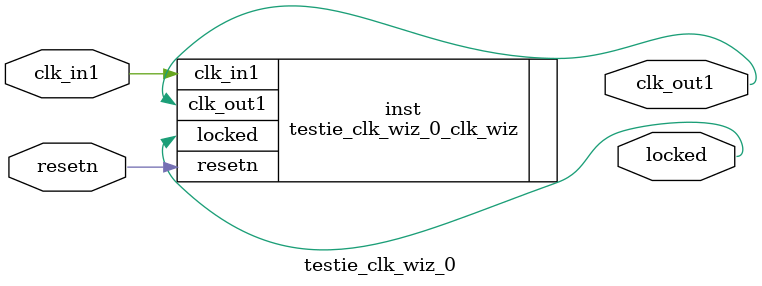
<source format=v>


`timescale 1ps/1ps

(* CORE_GENERATION_INFO = "testie_clk_wiz_0,clk_wiz_v5_3_1,{component_name=testie_clk_wiz_0,use_phase_alignment=true,use_min_o_jitter=false,use_max_i_jitter=false,use_dyn_phase_shift=false,use_inclk_switchover=false,use_dyn_reconfig=false,enable_axi=0,feedback_source=FDBK_AUTO,PRIMITIVE=MMCM,num_out_clk=1,clkin1_period=10.0,clkin2_period=10.0,use_power_down=false,use_reset=true,use_locked=true,use_inclk_stopped=false,feedback_type=SINGLE,CLOCK_MGR_TYPE=NA,manual_override=false}" *)

module testie_clk_wiz_0 
 (
 // Clock in ports
  input         clk_in1,
  // Clock out ports
  output        clk_out1,
  // Status and control signals
  input         resetn,
  output        locked
 );

  testie_clk_wiz_0_clk_wiz inst
  (
 // Clock in ports
  .clk_in1(clk_in1),
  // Clock out ports  
  .clk_out1(clk_out1),
  // Status and control signals               
  .resetn(resetn), 
  .locked(locked)            
  );

endmodule

</source>
